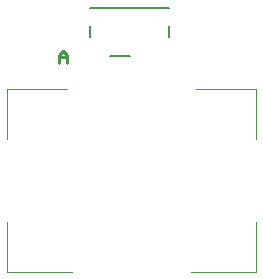
<source format=gbo>
G04*
G04 #@! TF.GenerationSoftware,Altium Limited,Altium Designer,21.8.1 (53)*
G04*
G04 Layer_Color=32896*
%FSLAX25Y25*%
%MOIN*%
G70*
G04*
G04 #@! TF.SameCoordinates,FF865A40-9ECA-49BB-A520-BFC7B97F7BDB*
G04*
G04*
G04 #@! TF.FilePolarity,Positive*
G04*
G01*
G75*
%ADD10C,0.00787*%
%ADD11C,0.01000*%
%ADD12C,0.00394*%
D10*
X49417Y193429D02*
X55905D01*
X69095Y201500D02*
Y203366D01*
Y199803D02*
Y201500D01*
X42717Y199803D02*
Y201500D01*
Y203287D01*
Y209571D02*
X69095D01*
D11*
X32500Y191000D02*
Y193666D01*
X33833Y194999D01*
X35166Y193666D01*
Y191000D01*
Y192999D01*
X32500D01*
D12*
X14965Y182512D02*
X34846D01*
X14965Y165779D02*
Y182512D01*
Y121488D02*
Y138221D01*
Y121488D02*
X36815D01*
X78154Y182512D02*
X98035D01*
Y165779D02*
Y182512D01*
X97858Y121488D02*
X98035Y138221D01*
X76185Y121488D02*
X97858D01*
M02*

</source>
